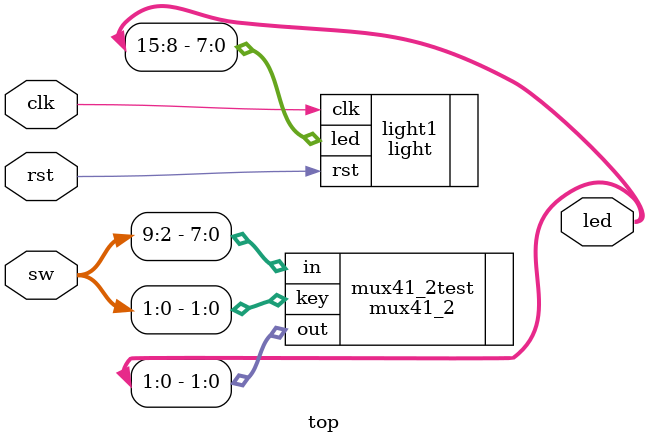
<source format=v>
module top(
  input clk,
  input rst,
  input [9:0] sw,
  output [15:0] led
);

 light light1(
    .clk(clk),
    .rst(rst),
    .led(led[15:8])
 );
mux41_2 mux41_2test(
   .in(sw[9:2]),
   .key(sw[1:0]),
   .out(led[1:0])
);
endmodule

</source>
